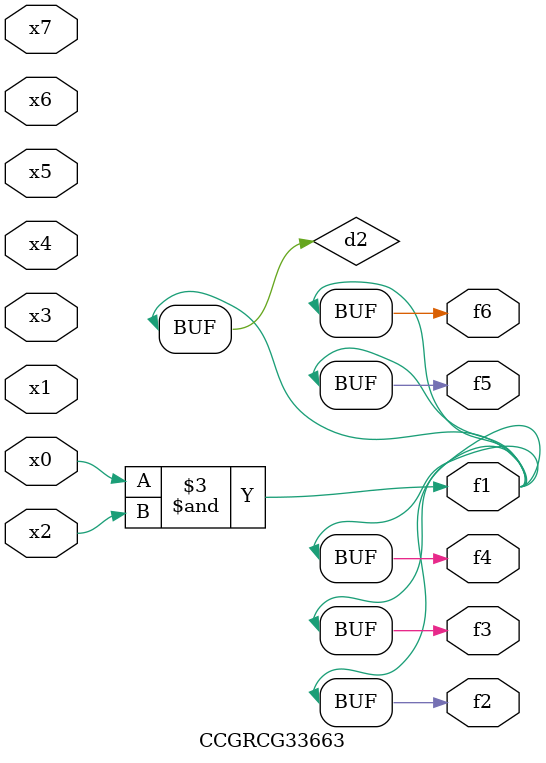
<source format=v>
module CCGRCG33663(
	input x0, x1, x2, x3, x4, x5, x6, x7,
	output f1, f2, f3, f4, f5, f6
);

	wire d1, d2;

	nor (d1, x3, x6);
	and (d2, x0, x2);
	assign f1 = d2;
	assign f2 = d2;
	assign f3 = d2;
	assign f4 = d2;
	assign f5 = d2;
	assign f6 = d2;
endmodule

</source>
